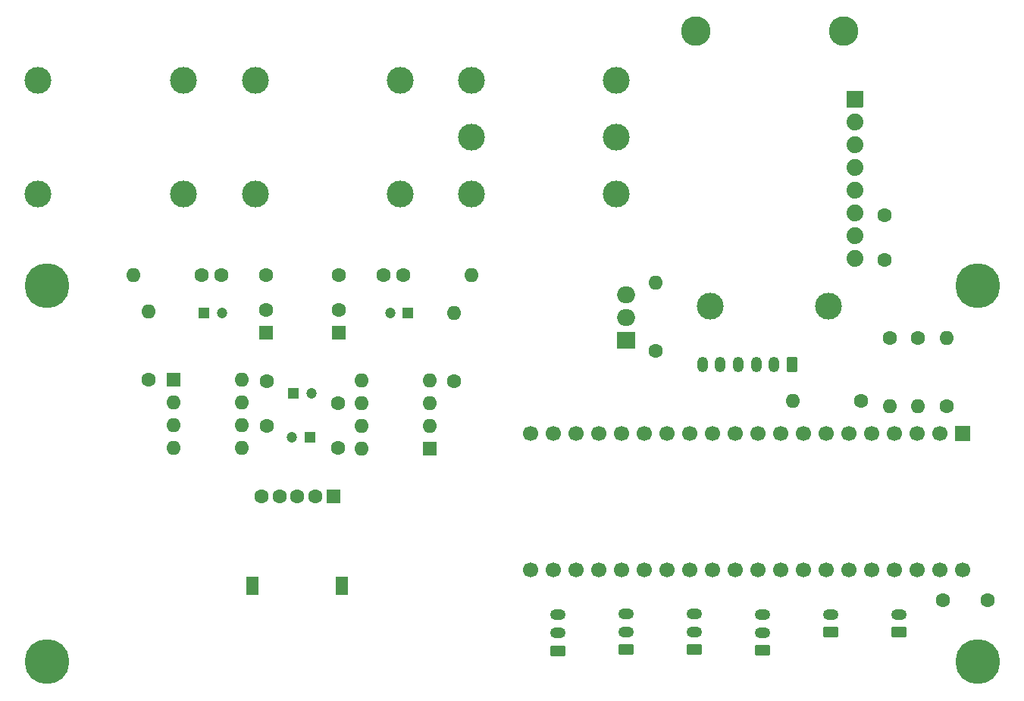
<source format=gbs>
G04 #@! TF.GenerationSoftware,KiCad,Pcbnew,7.0.6*
G04 #@! TF.CreationDate,2023-10-03T18:05:15-04:00*
G04 #@! TF.ProjectId,pcb,7063622e-6b69-4636-9164-5f7063625858,1.0*
G04 #@! TF.SameCoordinates,Original*
G04 #@! TF.FileFunction,Soldermask,Bot*
G04 #@! TF.FilePolarity,Negative*
%FSLAX46Y46*%
G04 Gerber Fmt 4.6, Leading zero omitted, Abs format (unit mm)*
G04 Created by KiCad (PCBNEW 7.0.6) date 2023-10-03 18:05:15*
%MOMM*%
%LPD*%
G01*
G04 APERTURE LIST*
G04 Aperture macros list*
%AMRoundRect*
0 Rectangle with rounded corners*
0 $1 Rounding radius*
0 $2 $3 $4 $5 $6 $7 $8 $9 X,Y pos of 4 corners*
0 Add a 4 corners polygon primitive as box body*
4,1,4,$2,$3,$4,$5,$6,$7,$8,$9,$2,$3,0*
0 Add four circle primitives for the rounded corners*
1,1,$1+$1,$2,$3*
1,1,$1+$1,$4,$5*
1,1,$1+$1,$6,$7*
1,1,$1+$1,$8,$9*
0 Add four rect primitives between the rounded corners*
20,1,$1+$1,$2,$3,$4,$5,0*
20,1,$1+$1,$4,$5,$6,$7,0*
20,1,$1+$1,$6,$7,$8,$9,0*
20,1,$1+$1,$8,$9,$2,$3,0*%
G04 Aperture macros list end*
%ADD10R,1.200000X1.200000*%
%ADD11C,1.200000*%
%ADD12C,5.000000*%
%ADD13RoundRect,0.250000X0.625000X-0.350000X0.625000X0.350000X-0.625000X0.350000X-0.625000X-0.350000X0*%
%ADD14O,1.750000X1.200000*%
%ADD15C,1.600000*%
%ADD16O,1.600000X1.600000*%
%ADD17RoundRect,0.250000X0.350000X0.625000X-0.350000X0.625000X-0.350000X-0.625000X0.350000X-0.625000X0*%
%ADD18O,1.200000X1.750000*%
%ADD19R,1.600000X1.600000*%
%ADD20C,3.301600*%
%ADD21C,3.001600*%
%ADD22RoundRect,0.050800X-0.889000X-0.889000X0.889000X-0.889000X0.889000X0.889000X-0.889000X0.889000X0*%
%ADD23C,1.879600*%
%ADD24C,3.000000*%
%ADD25R,1.700000X1.700000*%
%ADD26C,1.700000*%
%ADD27R,1.400000X2.000000*%
%ADD28R,2.000000X1.905000*%
%ADD29O,2.000000X1.905000*%
G04 APERTURE END LIST*
D10*
X94072026Y-106500000D03*
D11*
X96072026Y-106500000D03*
D12*
X66500000Y-94500000D03*
D13*
X123613000Y-135241233D03*
D14*
X123613000Y-133241233D03*
X123613000Y-131241233D03*
D13*
X131191000Y-135145233D03*
D14*
X131191000Y-133145233D03*
X131191000Y-131145233D03*
D15*
X167005000Y-107950000D03*
D16*
X167005000Y-100330000D03*
D17*
X149750000Y-103250000D03*
D18*
X147750000Y-103250000D03*
X145750000Y-103250000D03*
X143750000Y-103250000D03*
X141750000Y-103250000D03*
X139750000Y-103250000D03*
D15*
X83834626Y-93260000D03*
D16*
X76214626Y-93260000D03*
D15*
X160100000Y-86600000D03*
X160100000Y-91600000D03*
X166600000Y-129600000D03*
X171600000Y-129600000D03*
D19*
X99150000Y-99700000D03*
D15*
X99150000Y-97200000D03*
D13*
X161671000Y-133177233D03*
D14*
X161671000Y-131177233D03*
D15*
X91100000Y-105100000D03*
X91100000Y-110100000D03*
D20*
X155473400Y-66019633D03*
X138963400Y-66019633D03*
D21*
X153788400Y-96753633D03*
X140648400Y-96753633D03*
D22*
X156743400Y-73639633D03*
D23*
X156743400Y-76179633D03*
X156743400Y-78719633D03*
X156743400Y-81259633D03*
X156743400Y-83799633D03*
X156743400Y-86339633D03*
X156743400Y-88879633D03*
X156743400Y-91419633D03*
D10*
X106850000Y-97500000D03*
D11*
X104850000Y-97500000D03*
D15*
X91024626Y-93260000D03*
X86024626Y-93260000D03*
X163830000Y-100330000D03*
D16*
X163830000Y-107950000D03*
D19*
X91024626Y-99682380D03*
D15*
X91024626Y-97182380D03*
D13*
X146431000Y-135209233D03*
D14*
X146431000Y-133209233D03*
X146431000Y-131209233D03*
D24*
X65524626Y-71522400D03*
X81754626Y-71522400D03*
X65524626Y-84222400D03*
X81754626Y-84222400D03*
D15*
X112000000Y-105100000D03*
D16*
X112000000Y-97480000D03*
D24*
X89789000Y-71522400D03*
X106019000Y-71522400D03*
X89789000Y-84222400D03*
X106019000Y-84222400D03*
D25*
X168764626Y-111000000D03*
D26*
X166224626Y-111000000D03*
X163684626Y-111000000D03*
X161144626Y-111000000D03*
X158604626Y-111000000D03*
X156064626Y-111000000D03*
X153524626Y-111000000D03*
X150984626Y-111000000D03*
X148444626Y-111000000D03*
X145904626Y-111000000D03*
X143364626Y-111000000D03*
X140824626Y-111000000D03*
X138284626Y-111000000D03*
X135744626Y-111000000D03*
X133204626Y-111000000D03*
X130664626Y-111000000D03*
X128124626Y-111000000D03*
X125584626Y-111000000D03*
X123044626Y-111000000D03*
X120504626Y-111000000D03*
X120504626Y-126240000D03*
X123044626Y-126240000D03*
X125584626Y-126240000D03*
X128124626Y-126240000D03*
X130664626Y-126240000D03*
X133204626Y-126240000D03*
X135744626Y-126240000D03*
X138284626Y-126240000D03*
X140824626Y-126240000D03*
X143364626Y-126240000D03*
X145904626Y-126240000D03*
X148444626Y-126240000D03*
X150984626Y-126240000D03*
X153524626Y-126240000D03*
X156064626Y-126240000D03*
X158604626Y-126240000D03*
X161144626Y-126240000D03*
X163684626Y-126240000D03*
X166224626Y-126240000D03*
X168764626Y-126240000D03*
D19*
X98500000Y-118000000D03*
D15*
X96500000Y-118000000D03*
X94500000Y-118000000D03*
X92500000Y-118000000D03*
X90500000Y-118000000D03*
D27*
X89500000Y-128000000D03*
X99500000Y-128000000D03*
D28*
X131250000Y-100540000D03*
D29*
X131250000Y-98000000D03*
X131250000Y-95460000D03*
D15*
X134500000Y-101750000D03*
D16*
X134500000Y-94130000D03*
D15*
X77900000Y-105000000D03*
D16*
X77900000Y-97380000D03*
D19*
X109300000Y-112700000D03*
D16*
X109300000Y-110160000D03*
X109300000Y-107620000D03*
X109300000Y-105080000D03*
X101680000Y-105080000D03*
X101680000Y-107620000D03*
X101680000Y-110160000D03*
X101680000Y-112700000D03*
D13*
X138811000Y-135145233D03*
D14*
X138811000Y-133145233D03*
X138811000Y-131145233D03*
D24*
X113919000Y-77872400D03*
X130149000Y-77872400D03*
X113919000Y-71522400D03*
X130149000Y-71522400D03*
X113919000Y-84222400D03*
X130149000Y-84222400D03*
D15*
X106300000Y-93260000D03*
D16*
X113920000Y-93260000D03*
D10*
X84052027Y-97500000D03*
D11*
X86052027Y-97500000D03*
D15*
X99000000Y-112600000D03*
X99000000Y-107600000D03*
D19*
X80700000Y-105000000D03*
D16*
X80700000Y-107540000D03*
X80700000Y-110080000D03*
X80700000Y-112620000D03*
X88320000Y-112620000D03*
X88320000Y-110080000D03*
X88320000Y-107540000D03*
X88320000Y-105000000D03*
D10*
X95877226Y-111380000D03*
D11*
X93877226Y-111380000D03*
D15*
X104100000Y-93260000D03*
X99100000Y-93260000D03*
D12*
X170475374Y-94500000D03*
D15*
X160655000Y-100330000D03*
D16*
X160655000Y-107950000D03*
D12*
X170475374Y-136500000D03*
X66500000Y-136500000D03*
D15*
X157480000Y-107315000D03*
D16*
X149860000Y-107315000D03*
D13*
X154051000Y-133177233D03*
D14*
X154051000Y-131177233D03*
M02*

</source>
